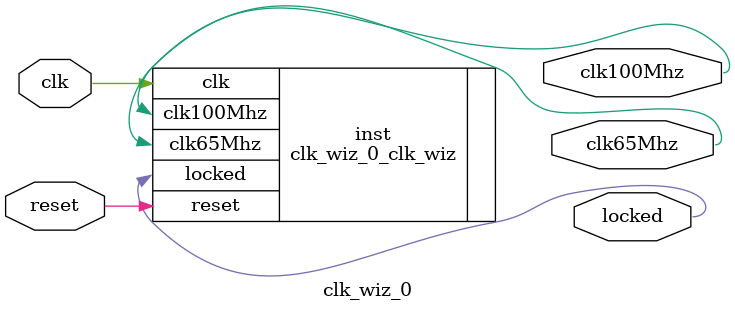
<source format=v>


`timescale 1ps/1ps

(* CORE_GENERATION_INFO = "clk_wiz_0,clk_wiz_v5_4_2_0,{component_name=clk_wiz_0,use_phase_alignment=true,use_min_o_jitter=false,use_max_i_jitter=false,use_dyn_phase_shift=false,use_inclk_switchover=false,use_dyn_reconfig=false,enable_axi=0,feedback_source=FDBK_AUTO,PRIMITIVE=MMCM,num_out_clk=2,clkin1_period=10.000,clkin2_period=10.000,use_power_down=false,use_reset=true,use_locked=true,use_inclk_stopped=false,feedback_type=SINGLE,CLOCK_MGR_TYPE=NA,manual_override=false}" *)

module clk_wiz_0 
 (
  // Clock out ports
  output        clk100Mhz,
  output        clk65Mhz,
  // Status and control signals
  input         reset,
  output        locked,
 // Clock in ports
  input         clk
 );

  clk_wiz_0_clk_wiz inst
  (
  // Clock out ports  
  .clk100Mhz(clk100Mhz),
  .clk65Mhz(clk65Mhz),
  // Status and control signals               
  .reset(reset), 
  .locked(locked),
 // Clock in ports
  .clk(clk)
  );

endmodule

</source>
